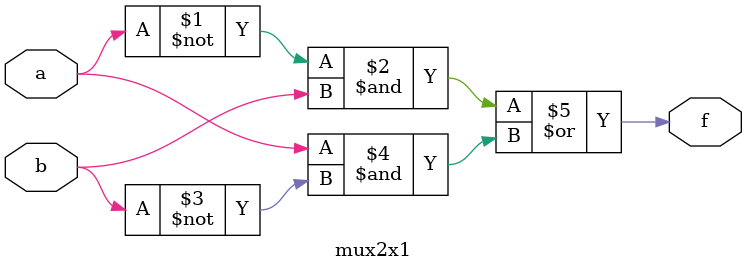
<source format=v>
`timescale 1ns / 1ps


module mux2x1(
    input wire a,
    input wire b,
    output wire f
    );
    assign f = (~a & b) | (a & ~b);
endmodule

</source>
